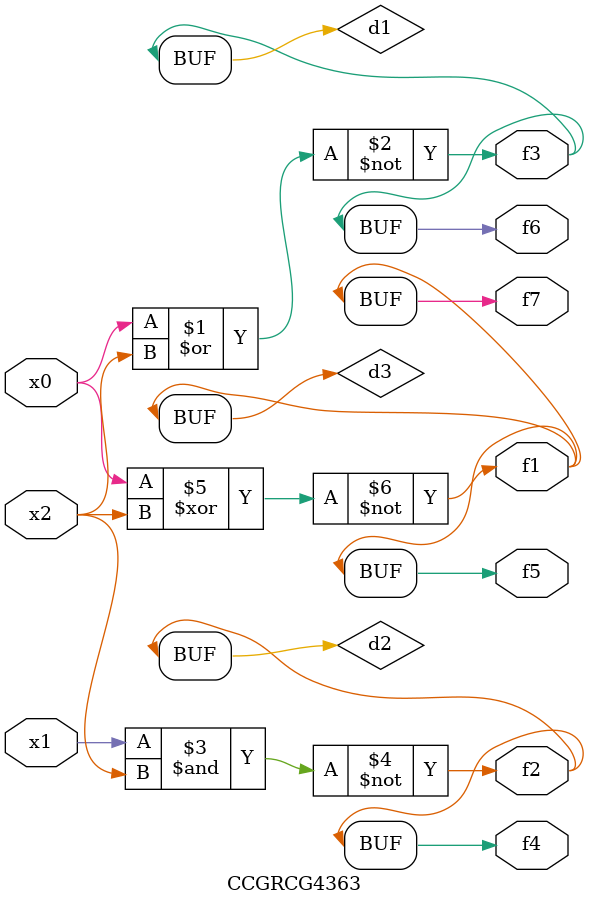
<source format=v>
module CCGRCG4363(
	input x0, x1, x2,
	output f1, f2, f3, f4, f5, f6, f7
);

	wire d1, d2, d3;

	nor (d1, x0, x2);
	nand (d2, x1, x2);
	xnor (d3, x0, x2);
	assign f1 = d3;
	assign f2 = d2;
	assign f3 = d1;
	assign f4 = d2;
	assign f5 = d3;
	assign f6 = d1;
	assign f7 = d3;
endmodule

</source>
